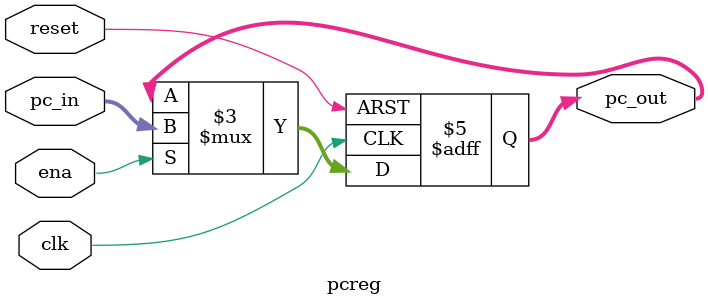
<source format=v>
`timescale 1ns / 1ps

module pcreg(
   input clk,
   input reset,
   input ena,
   input  [31:0]pc_in,
   output reg [31:0]pc_out
    );
    
    reg [31:0] pc_reg;
    
    always @(negedge clk or posedge reset)
       if(reset)
         pc_out <= 32'h00400000;
       else if(ena)
         pc_out <= pc_in;
       else 
         pc_out <= pc_out;
            
endmodule
</source>
